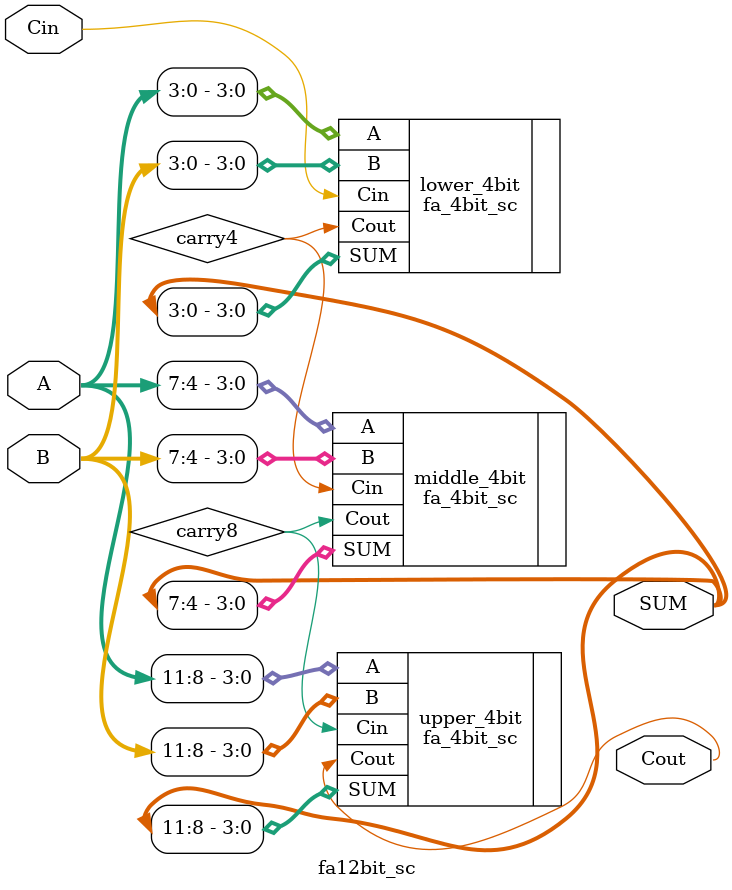
<source format=v>
`timescale 1ns / 1ps
module fa12bit_sc(
    input [11:0] A,      // 12-bit input A
    input [11:0] B,      // 12-bit input B
    input Cin,           // Carry-in
    output [11:0] SUM,   // 12-bit sum output
    output Cout          // Carry-out
);
    wire carry4, carry8; // Carry between the 4-bit blocks

    // Lower 4 bits
    fa_4bit_sc lower_4bit (
        .A(A[3:0]),
        .B(B[3:0]),
        .Cin(Cin),
        .SUM(SUM[3:0]),
        .Cout(carry4)
    );

    // Middle 4 bits
    fa_4bit_sc middle_4bit (
        .A(A[7:4]),
        .B(B[7:4]),
        .Cin(carry4),
        .SUM(SUM[7:4]),
        .Cout(carry8)
    );

    // Upper 4 bits
    fa_4bit_sc upper_4bit (
        .A(A[11:8]),
        .B(B[11:8]),
        .Cin(carry8),
        .SUM(SUM[11:8]),
        .Cout(Cout)
    );

endmodule

</source>
